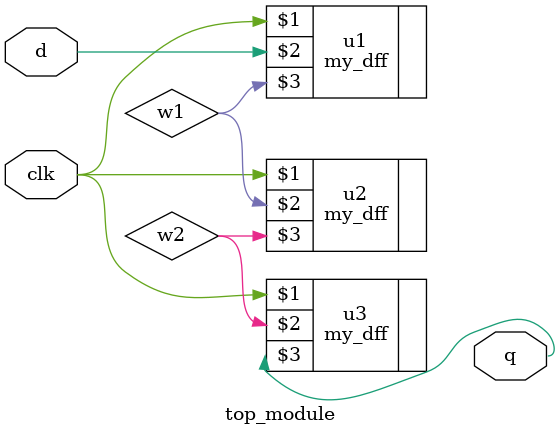
<source format=v>
module top_module ( input clk, input d, output q );
 wire w1,w2;
    my_dff u1( clk, d, w1);
    my_dff u2( clk, w1,  w2);
    my_dff u3( clk, w2, q);
endmodule

</source>
